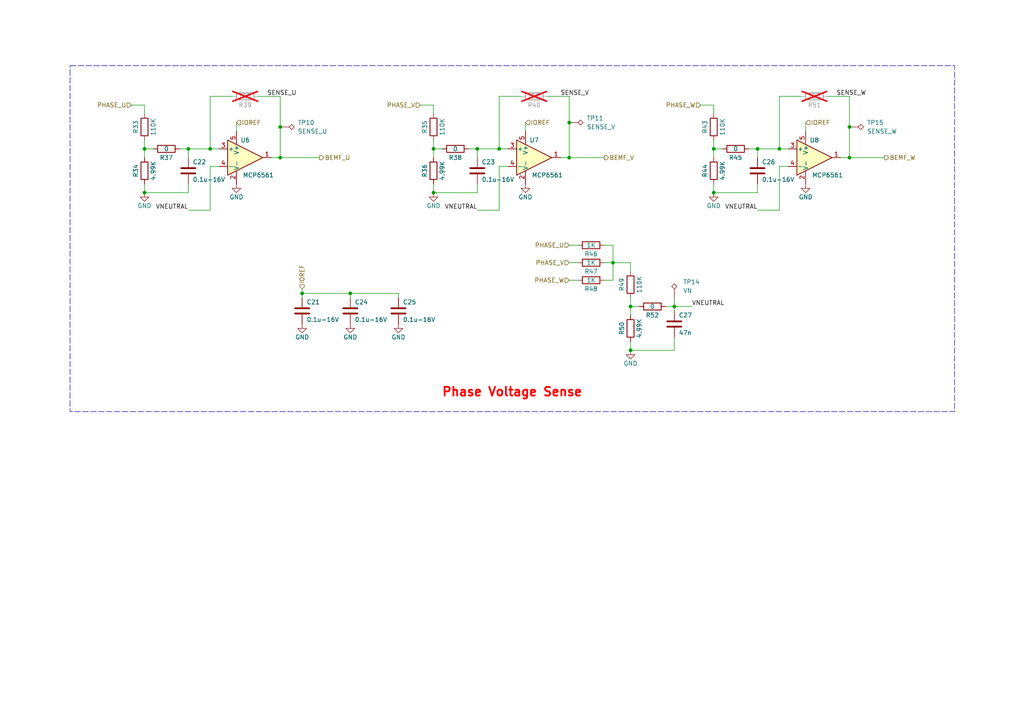
<source format=kicad_sch>
(kicad_sch (version 20250114) (generator "eeschema") (generator_version "9.0")
  (paper "A4")
  (title_block (title "Motor Controller Board NEVB-MTR1-C-1") (date "2025-04-25") (rev "01") (comment 1 "Contact: https://www.nexperia.com/support") (comment 2 "Designed for: Public Release") (comment 3 "Orderable: NEVB-MTR1-KIT1"))
  (lib_symbols
    (symbol "Comparator:MCP6561-OT" (pin_names (offset 0.127))
      (property "Reference" "U" (at -1.27 6.35 0))
      (property "Value" "MCP6561-OT" (at -1.27 3.81 0))
      (symbol "MCP6561-OT_0_1"
        (polyline (pts (xy -5.08 5.08) (xy 5.08 0) (xy -5.08 -5.08) (xy -5.08 5.08)) (stroke (width 0.254)) (fill (type background)))
        (pin power_in line (at -2.54 7.62 270) (length 3.81) (name "V+") (number "5"))
        (pin power_in line (at -2.54 -7.62 90) (length 3.81) (name "V-") (number "2"))
      )
      (symbol "MCP6561-OT_1_1"
        (pin input line (at -7.62 2.54 0) (length 2.54) (name "+") (number "3"))
        (pin input line (at -7.62 -2.54 0) (length 2.54) (name "-") (number "4"))
        (pin output line (at 7.62 0 180) (length 2.54) (name "~") (number "1"))
      )
    )
    (symbol "Connector:TestPoint_Alt" (pin_numbers (hide yes)) (pin_names (offset 0.762) (hide yes))
      (property "Reference" "TP" (at 0 6.858 0))
      (property "Value" "TestPoint_Alt" (at 0 5.08 0))
      (symbol "TestPoint_Alt_0_1"
        (polyline (pts (xy 0 2.54) (xy -0.762 3.302) (xy 0 4.064) (xy 0.762 3.302) (xy 0 2.54)))
      )
      (symbol "TestPoint_Alt_1_1"
        (pin passive line (at 0 0 90) (length 2.54) (name "1") (number "1"))
      )
    )
    (symbol "Device:C" (pin_numbers (hide yes)) (pin_names (offset 0.254))
      (property "Reference" "C" (at 0.635 2.54 0))
      (property "Value" "C" (at 0.635 -2.54 0))
      (symbol "C_0_1"
        (polyline (pts (xy -2.032 0.762) (xy 2.032 0.762)) (stroke (width 0.508)))
        (polyline (pts (xy -2.032 -0.762) (xy 2.032 -0.762)) (stroke (width 0.508)))
      )
      (symbol "C_1_1"
        (pin passive line (at 0 3.81 270) (length 2.794) (name "~") (number "1"))
        (pin passive line (at 0 -3.81 90) (length 2.794) (name "~") (number "2"))
      )
    )
    (symbol "Device:R" (pin_numbers (hide yes)) (pin_names (offset 0))
      (property "Reference" "R" (at 2.032 0 90))
      (property "Value" "R" (at 0 0 90))
      (symbol "R_0_1"
        (rectangle (start -1.016 -2.54) (end 1.016 2.54) (stroke (width 0.254)))
      )
      (symbol "R_1_1"
        (pin passive line (at 0 3.81 270) (length 1.27) (name "~") (number "1"))
        (pin passive line (at 0 -3.81 90) (length 1.27) (name "~") (number "2"))
      )
    )
    (symbol "power:GND" (power) (pin_numbers (hide yes)) (pin_names (offset 0) (hide yes))
      (property "Value" "GND" (at 0 -3.81 0))
      (symbol "GND_0_1"
        (polyline (pts (xy 0 0) (xy 0 -1.27) (xy 1.27 -1.27) (xy 0 -2.54) (xy -1.27 -1.27) (xy 0 -1.27)))
      )
      (symbol "GND_1_1"
        (pin power_in line (at 0 0 270) (length 0) (name "~") (number "1"))
      )
    )
  )
  (rectangle (start 20.32 19.05) (end 276.86 119.38) (stroke (width 0) (type dash)))
  (text "Phase Voltage Sense" (at 128.016 115.316 0) (effects (font (size 2.54 2.54) (thickness 0.508) (bold yes)) (justify left bottom)))
  (junction (at 144.78 43.18))
  (junction (at 182.88 88.9))
  (junction (at 195.58 88.9))
  (junction (at 177.8 76.2))
  (junction (at 207.01 43.18))
  (junction (at 41.91 55.88))
  (junction (at 81.28 36.83))
  (junction (at 81.28 45.72))
  (junction (at 219.71 43.18))
  (junction (at 125.73 55.88))
  (junction (at 246.38 45.72))
  (junction (at 41.91 43.18))
  (junction (at 138.43 43.18))
  (junction (at 54.61 43.18))
  (junction (at 101.6 85.09))
  (junction (at 125.73 43.18))
  (junction (at 182.88 101.6))
  (junction (at 226.06 43.18))
  (junction (at 207.01 55.88))
  (junction (at 246.38 36.83))
  (junction (at 165.1 35.56))
  (junction (at 60.96 43.18))
  (junction (at 165.1 45.72))
  (junction (at 87.63 85.09))
  (wire (pts (xy 68.58 35.56) (xy 68.58 38.1)))
  (wire (pts (xy 125.73 40.64) (xy 125.73 43.18)))
  (wire (pts (xy 87.63 85.09) (xy 87.63 86.36)))
  (wire (pts (xy 60.96 60.96) (xy 60.96 48.26)))
  (wire (pts (xy 60.96 43.18) (xy 63.5 43.18)))
  (wire (pts (xy 219.71 43.18) (xy 226.06 43.18)))
  (wire (pts (xy 125.73 43.18) (xy 128.27 43.18)))
  (wire (pts (xy 41.91 43.18) (xy 44.45 43.18)))
  (wire (pts (xy 54.61 53.34) (xy 54.61 55.88)))
  (wire (pts (xy 138.43 60.96) (xy 144.78 60.96)))
  (wire (pts (xy 135.89 43.18) (xy 138.43 43.18)))
  (wire (pts (xy 87.63 85.09) (xy 101.6 85.09)))
  (wire (pts (xy 125.73 55.88) (xy 138.43 55.88)))
  (wire (pts (xy 226.06 43.18) (xy 228.6 43.18)))
  (wire (pts (xy 121.92 30.48) (xy 125.73 30.48)))
  (wire (pts (xy 144.78 43.18) (xy 147.32 43.18)))
  (wire (pts (xy 219.71 53.34) (xy 219.71 55.88)))
  (wire (pts (xy 195.58 88.9) (xy 200.66 88.9)))
  (wire (pts (xy 232.41 27.94) (xy 226.06 27.94)))
  (wire (pts (xy 125.73 43.18) (xy 125.73 45.72)))
  (wire (pts (xy 195.58 88.9) (xy 195.58 90.17)))
  (wire (pts (xy 162.56 45.72) (xy 165.1 45.72)))
  (wire (pts (xy 217.17 43.18) (xy 219.71 43.18)))
  (wire (pts (xy 207.01 43.18) (xy 209.55 43.18)))
  (wire (pts (xy 151.13 27.94) (xy 144.78 27.94)))
  (wire (pts (xy 41.91 30.48) (xy 41.91 33.02)))
  (wire (pts (xy 243.84 45.72) (xy 246.38 45.72)))
  (wire (pts (xy 165.1 45.72) (xy 175.26 45.72)))
  (wire (pts (xy 41.91 55.88) (xy 54.61 55.88)))
  (wire (pts (xy 246.38 45.72) (xy 256.54 45.72)))
  (wire (pts (xy 81.28 45.72) (xy 92.71 45.72)))
  (wire (pts (xy 138.43 45.72) (xy 138.43 43.18)))
  (wire (pts (xy 74.93 27.94) (xy 81.28 27.94)))
  (wire (pts (xy 165.1 71.12) (xy 167.64 71.12)))
  (wire (pts (xy 165.1 76.2) (xy 167.64 76.2)))
  (wire (pts (xy 41.91 53.34) (xy 41.91 55.88)))
  (wire (pts (xy 226.06 48.26) (xy 228.6 48.26)))
  (wire (pts (xy 41.91 40.64) (xy 41.91 43.18)))
  (wire (pts (xy 54.61 43.18) (xy 60.96 43.18)))
  (wire (pts (xy 165.1 81.28) (xy 167.64 81.28)))
  (wire (pts (xy 81.28 36.83) (xy 81.28 45.72)))
  (wire (pts (xy 182.88 86.36) (xy 182.88 88.9)))
  (wire (pts (xy 144.78 27.94) (xy 144.78 43.18)))
  (wire (pts (xy 138.43 43.18) (xy 144.78 43.18)))
  (wire (pts (xy 226.06 27.94) (xy 226.06 43.18)))
  (wire (pts (xy 144.78 60.96) (xy 144.78 48.26)))
  (wire (pts (xy 41.91 43.18) (xy 41.91 45.72)))
  (wire (pts (xy 144.78 48.26) (xy 147.32 48.26)))
  (wire (pts (xy 177.8 71.12) (xy 177.8 76.2)))
  (wire (pts (xy 175.26 76.2) (xy 177.8 76.2)))
  (wire (pts (xy 38.1 30.48) (xy 41.91 30.48)))
  (wire (pts (xy 182.88 88.9) (xy 182.88 91.44)))
  (wire (pts (xy 193.04 88.9) (xy 195.58 88.9)))
  (wire (pts (xy 87.63 83.82) (xy 87.63 85.09)))
  (wire (pts (xy 54.61 60.96) (xy 60.96 60.96)))
  (wire (pts (xy 195.58 97.79) (xy 195.58 101.6)))
  (wire (pts (xy 207.01 40.64) (xy 207.01 43.18)))
  (wire (pts (xy 207.01 55.88) (xy 219.71 55.88)))
  (wire (pts (xy 207.01 30.48) (xy 207.01 33.02)))
  (wire (pts (xy 226.06 60.96) (xy 226.06 48.26)))
  (wire (pts (xy 182.88 101.6) (xy 195.58 101.6)))
  (wire (pts (xy 152.4 35.56) (xy 152.4 38.1)))
  (wire (pts (xy 165.1 27.94) (xy 165.1 35.56)))
  (wire (pts (xy 177.8 76.2) (xy 177.8 81.28)))
  (wire (pts (xy 52.07 43.18) (xy 54.61 43.18)))
  (wire (pts (xy 158.75 27.94) (xy 165.1 27.94)))
  (wire (pts (xy 175.26 71.12) (xy 177.8 71.12)))
  (wire (pts (xy 246.38 36.83) (xy 246.38 45.72)))
  (wire (pts (xy 60.96 48.26) (xy 63.5 48.26)))
  (wire (pts (xy 101.6 85.09) (xy 101.6 86.36)))
  (wire (pts (xy 182.88 88.9) (xy 185.42 88.9)))
  (wire (pts (xy 182.88 99.06) (xy 182.88 101.6)))
  (wire (pts (xy 219.71 60.96) (xy 226.06 60.96)))
  (wire (pts (xy 203.2 30.48) (xy 207.01 30.48)))
  (wire (pts (xy 125.73 53.34) (xy 125.73 55.88)))
  (wire (pts (xy 78.74 45.72) (xy 81.28 45.72)))
  (wire (pts (xy 125.73 30.48) (xy 125.73 33.02)))
  (wire (pts (xy 246.38 27.94) (xy 246.38 36.83)))
  (wire (pts (xy 177.8 76.2) (xy 182.88 76.2)))
  (wire (pts (xy 101.6 85.09) (xy 115.57 85.09)))
  (wire (pts (xy 175.26 81.28) (xy 177.8 81.28)))
  (wire (pts (xy 115.57 86.36) (xy 115.57 85.09)))
  (wire (pts (xy 138.43 53.34) (xy 138.43 55.88)))
  (wire (pts (xy 233.68 35.56) (xy 233.68 38.1)))
  (wire (pts (xy 195.58 86.36) (xy 195.58 88.9)))
  (wire (pts (xy 67.31 27.94) (xy 60.96 27.94)))
  (wire (pts (xy 240.03 27.94) (xy 246.38 27.94)))
  (wire (pts (xy 182.88 76.2) (xy 182.88 78.74)))
  (wire (pts (xy 60.96 27.94) (xy 60.96 43.18)))
  (wire (pts (xy 207.01 53.34) (xy 207.01 55.88)))
  (wire (pts (xy 165.1 35.56) (xy 165.1 45.72)))
  (wire (pts (xy 207.01 43.18) (xy 207.01 45.72)))
  (wire (pts (xy 54.61 45.72) (xy 54.61 43.18)))
  (wire (pts (xy 81.28 27.94) (xy 81.28 36.83)))
  (wire (pts (xy 219.71 45.72) (xy 219.71 43.18)))
  (label "VNEUTRAL" (at 200.66 88.9 0))
  (label "VNEUTRAL" (at 138.43 60.96 180))
  (label "SENSE_W" (at 242.57 27.94 0))
  (label "SENSE_V" (at 162.56 27.94 0))
  (label "VNEUTRAL" (at 219.71 60.96 180))
  (label "VNEUTRAL" (at 54.61 60.96 180))
  (label "SENSE_U" (at 77.47 27.94 0))
  (hierarchical_label "IOREF" (shape input) (at 68.58 35.56 0))
  (hierarchical_label "BEMF_V" (shape output) (at 175.26 45.72 0))
  (hierarchical_label "PHASE_V" (shape input) (at 165.1 76.2 180))
  (hierarchical_label "BEMF_W" (shape output) (at 256.54 45.72 0))
  (hierarchical_label "PHASE_V" (shape input) (at 121.92 30.48 180))
  (hierarchical_label "IOREF" (shape input) (at 87.63 83.82 90))
  (hierarchical_label "BEMF_U" (shape output) (at 92.71 45.72 0))
  (hierarchical_label "IOREF" (shape input) (at 233.68 35.56 0))
  (hierarchical_label "PHASE_U" (shape input) (at 165.1 71.12 180))
  (hierarchical_label "IOREF" (shape input) (at 152.4 35.56 0))
  (hierarchical_label "PHASE_W" (shape input) (at 203.2 30.48 180))
  (hierarchical_label "PHASE_W" (shape input) (at 165.1 81.28 180))
  (hierarchical_label "PHASE_U" (shape input) (at 38.1 30.48 180))
  (symbol (lib_id "Comparator:MCP6561-OT") (at 154.94 45.72 0) (unit 1)
    (property "Reference" "U7" (at 154.94 40.64 0))
    (property "Value" "MCP6561" (at 158.75 50.8 0))
    (property "Footprint" "Package_TO_SOT_SMD:SOT-23-5" (effects (hide yes)))
    (property "Datasheet" "https://ww1.microchip.com/downloads/en/DeviceDoc/MCP6561-1R-1U-2-4-1.8V-Low-Power-Push-Pull-Output-Comparator-DS20002139E.pdf" (effects (hide yes)))
    (property "Manufacturer" "MICROCHIP TECHNOLOGY " (effects (hide yes)))
    (property "Mfg Part No" "MCP6561T-E/OT" (effects (hide yes)))
    (property "Farnell Part No" "1715874" (effects (hide yes)))
    (property "Mouser Part No" "579-MCP6561T-E/OT" (effects (hide yes)))
  )
  (symbol (lib_id "Device:C") (at 101.6 90.17 0) (unit 1)
    (property "Reference" "C24" (at 102.87 87.63 0) (effects (justify left)))
    (property "Value" "0.1u-16V" (at 102.87 92.71 0) (effects (justify left)))
    (property "Footprint" "Capacitor_SMD:C_0603_1608Metric_Pad1.08x0.95mm_HandSolder" (effects (hide yes)))
    (property "Datasheet" "https://www.we-online.com/components/products/datasheet/885012206046.pdf" (effects (hide yes)))
    (property "Manufacturer" "WURTH ELEKTRONIK" (effects (hide yes)))
    (property "Mfg Part No" "885012206046" (effects (hide yes)))
    (property "Farnell Part No" "2495170" (effects (hide yes)))
    (property "Mouser Part No" "710-885012206046" (effects (hide yes)))
  )
  (symbol (lib_id "power:GND") (at 207.01 55.88 0) (unit 1)
    (property "Reference" "#PWR057" (effects (hide yes)))
    (property "Value" "GND" (at 207.01 59.69 0))
    (property "Description" "Power symbol creates a global label with name \"GND\" , ground" (effects (hide yes)))
  )
  (symbol (lib_id "Comparator:MCP6561-OT") (at 236.22 45.72 0) (unit 1)
    (property "Reference" "U8" (at 236.22 40.64 0))
    (property "Value" "MCP6561" (at 240.03 50.8 0))
    (property "Footprint" "Package_TO_SOT_SMD:SOT-23-5" (effects (hide yes)))
    (property "Datasheet" "https://ww1.microchip.com/downloads/en/DeviceDoc/MCP6561-1R-1U-2-4-1.8V-Low-Power-Push-Pull-Output-Comparator-DS20002139E.pdf" (effects (hide yes)))
    (property "Manufacturer" "MICROCHIP TECHNOLOGY " (effects (hide yes)))
    (property "Mfg Part No" "MCP6561T-E/OT" (effects (hide yes)))
    (property "Farnell Part No" "1715874" (effects (hide yes)))
    (property "Mouser Part No" "579-MCP6561T-E/OT" (effects (hide yes)))
  )
  (symbol (lib_id "power:GND") (at 68.58 53.34 0) (unit 1)
    (property "Reference" "#PWR054" (effects (hide yes)))
    (property "Value" "GND" (at 68.58 57.15 0))
    (property "Description" "Power symbol creates a global label with name \"GND\" , ground" (effects (hide yes)))
  )
  (symbol (lib_id "power:GND") (at 125.73 55.88 0) (unit 1)
    (property "Reference" "#PWR051" (effects (hide yes)))
    (property "Value" "GND" (at 125.73 59.69 0))
    (property "Description" "Power symbol creates a global label with name \"GND\" , ground" (effects (hide yes)))
  )
  (symbol (lib_id "Device:R") (at 154.94 27.94 270) (unit 1) (dnp yes)
    (property "Reference" "R40" (at 154.94 30.48 90))
    (property "Value" "TBD" (at 154.94 27.94 90))
    (property "Footprint" "Resistor_SMD:R_0603_1608Metric_Pad0.98x0.95mm_HandSolder" (effects (hide yes)))
  )
  (symbol (lib_id "Device:R") (at 182.88 82.55 180) (unit 1)
    (property "Reference" "R49" (at 180.34 82.55 90))
    (property "Value" "110K" (at 185.42 82.55 90))
    (property "Footprint" "Resistor_SMD:R_0603_1608Metric_Pad0.98x0.95mm_HandSolder" (effects (hide yes)))
    (property "Datasheet" "https://www.yageo.com/upload/media/product/productsearch/datasheet/rchip/PYu-AC_51_RoHS_L_10.pdf" (effects (hide yes)))
    (property "Manufacturer" "YAGEO" (effects (hide yes)))
    (property "Mfg Part No" "AC0603FR-07110KL" (effects (hide yes)))
    (property "Farnell Part No" "3952185" (effects (hide yes)))
    (property "Mouser Part No" "603-AC0603FR-07110KL" (effects (hide yes)))
  )
  (symbol (lib_id "Device:R") (at 125.73 36.83 180) (unit 1)
    (property "Reference" "R35" (at 123.19 36.83 90))
    (property "Value" "110K" (at 128.27 36.83 90))
    (property "Footprint" "Resistor_SMD:R_0603_1608Metric_Pad0.98x0.95mm_HandSolder" (effects (hide yes)))
    (property "Datasheet" "https://www.yageo.com/upload/media/product/productsearch/datasheet/rchip/PYu-AC_51_RoHS_L_10.pdf" (effects (hide yes)))
    (property "Manufacturer" "YAGEO" (effects (hide yes)))
    (property "Mfg Part No" "AC0603FR-07110KL" (effects (hide yes)))
    (property "Farnell Part No" "3952185" (effects (hide yes)))
    (property "Mouser Part No" "603-AC0603FR-07110KL" (effects (hide yes)))
  )
  (symbol (lib_id "Device:C") (at 54.61 49.53 0) (unit 1)
    (property "Reference" "C22" (at 55.88 46.99 0) (effects (justify left)))
    (property "Value" "0.1u-16V" (at 55.88 52.07 0) (effects (justify left)))
    (property "Footprint" "Capacitor_SMD:C_0603_1608Metric_Pad1.08x0.95mm_HandSolder" (effects (hide yes)))
    (property "Datasheet" "https://www.we-online.com/components/products/datasheet/885012206046.pdf" (effects (hide yes)))
    (property "Manufacturer" "WURTH ELEKTRONIK" (effects (hide yes)))
    (property "Mfg Part No" "885012206046" (effects (hide yes)))
    (property "Farnell Part No" "2495170" (effects (hide yes)))
    (property "Mouser Part No" "710-885012206046" (effects (hide yes)))
  )
  (symbol (lib_id "Device:C") (at 195.58 93.98 0) (unit 1)
    (property "Reference" "C27" (at 196.85 91.44 0) (effects (justify left)))
    (property "Value" "47n" (at 196.85 96.52 0) (effects (justify left)))
    (property "Footprint" "Capacitor_SMD:C_0603_1608Metric_Pad1.08x0.95mm_HandSolder" (effects (hide yes)))
    (property "Datasheet" "https://www.we-online.com/components/products/datasheet/885012206044.pdf" (effects (hide yes)))
    (property "Manufacturer" "WURTH ELEKTRONIK" (effects (hide yes)))
    (property "Mfg Part No" "885012206044" (effects (hide yes)))
    (property "Farnell Part No" "2534022" (effects (hide yes)))
    (property "Mouser Part No" "710-885012206044" (effects (hide yes)))
  )
  (symbol (lib_id "Device:R") (at 48.26 43.18 270) (unit 1)
    (property "Reference" "R37" (at 48.26 45.72 90))
    (property "Value" "0" (at 48.26 43.18 90))
    (property "Footprint" "Resistor_SMD:R_0603_1608Metric_Pad0.98x0.95mm_HandSolder" (effects (hide yes)))
    (property "Datasheet" "https://www.yageo.com/upload/media/product/products/datasheet/rchip/PYu-RC_Group_51_RoHS_L_12.pdf" (effects (hide yes)))
    (property "Manufacturer" "YAGEO" (effects (hide yes)))
    (property "Mfg Part No" "RC0603FR-070RL" (effects (hide yes)))
    (property "Farnell Part No" "2309106" (effects (hide yes)))
    (property "Mouser Part No" "603-RC0603FR-070RL" (effects (hide yes)))
  )
  (symbol (lib_id "Device:R") (at 171.45 81.28 270) (unit 1)
    (property "Reference" "R48" (at 171.45 83.82 90))
    (property "Value" "1K" (at 171.45 81.28 90))
    (property "Footprint" "Resistor_SMD:R_0805_2012Metric_Pad1.20x1.40mm_HandSolder" (effects (hide yes)))
    (property "Datasheet" "https://www.yageo.com/upload/media/product/products/datasheet/rchip/PYu-RC_Group_51_RoHS_L_12.pdf" (effects (hide yes)))
    (property "Manufacturer" "YAGEO" (effects (hide yes)))
    (property "Mfg Part No" "RC0805FR-101KL" (effects (hide yes)))
    (property "Farnell Part No" "9237496" (effects (hide yes)))
    (property "Mouser Part No" "603-RC0805FR-101KL" (effects (hide yes)))
  )
  (symbol (lib_id "Device:R") (at 171.45 71.12 270) (unit 1)
    (property "Reference" "R46" (at 171.45 73.66 90))
    (property "Value" "1K" (at 171.45 71.12 90))
    (property "Footprint" "Resistor_SMD:R_0805_2012Metric_Pad1.20x1.40mm_HandSolder" (effects (hide yes)))
    (property "Datasheet" "https://www.yageo.com/upload/media/product/products/datasheet/rchip/PYu-RC_Group_51_RoHS_L_12.pdf" (effects (hide yes)))
    (property "Manufacturer" "YAGEO" (effects (hide yes)))
    (property "Mfg Part No" "RC0805FR-101KL" (effects (hide yes)))
    (property "Farnell Part No" "9237496" (effects (hide yes)))
    (property "Mouser Part No" "603-RC0805FR-101KL" (effects (hide yes)))
  )
  (symbol (lib_id "Device:R") (at 171.45 76.2 270) (unit 1)
    (property "Reference" "R47" (at 171.45 78.74 90))
    (property "Value" "1K" (at 171.45 76.2 90))
    (property "Footprint" "Resistor_SMD:R_0805_2012Metric_Pad1.20x1.40mm_HandSolder" (effects (hide yes)))
    (property "Datasheet" "https://www.yageo.com/upload/media/product/products/datasheet/rchip/PYu-RC_Group_51_RoHS_L_12.pdf" (effects (hide yes)))
    (property "Manufacturer" "YAGEO" (effects (hide yes)))
    (property "Mfg Part No" "RC0805FR-101KL" (effects (hide yes)))
    (property "Farnell Part No" "9237496" (effects (hide yes)))
    (property "Mouser Part No" "603-RC0805FR-101KL" (effects (hide yes)))
  )
  (symbol (lib_id "Device:C") (at 87.63 90.17 0) (unit 1)
    (property "Reference" "C21" (at 88.9 87.63 0) (effects (justify left)))
    (property "Value" "0.1u-16V" (at 88.9 92.71 0) (effects (justify left)))
    (property "Footprint" "Capacitor_SMD:C_0603_1608Metric_Pad1.08x0.95mm_HandSolder" (effects (hide yes)))
    (property "Datasheet" "https://www.we-online.com/components/products/datasheet/885012206046.pdf" (effects (hide yes)))
    (property "Manufacturer" "WURTH ELEKTRONIK" (effects (hide yes)))
    (property "Mfg Part No" "885012206046" (effects (hide yes)))
    (property "Farnell Part No" "2495170" (effects (hide yes)))
    (property "Mouser Part No" "710-885012206046" (effects (hide yes)))
  )
  (symbol (lib_id "power:GND") (at 101.6 93.98 0) (unit 1)
    (property "Reference" "#PWR053" (effects (hide yes)))
    (property "Value" "GND" (at 101.6 97.79 0))
    (property "Description" "Power symbol creates a global label with name \"GND\" , ground" (effects (hide yes)))
  )
  (symbol (lib_id "Device:R") (at 213.36 43.18 270) (unit 1)
    (property "Reference" "R45" (at 213.36 45.72 90))
    (property "Value" "0" (at 213.36 43.18 90))
    (property "Footprint" "Resistor_SMD:R_0603_1608Metric_Pad0.98x0.95mm_HandSolder" (effects (hide yes)))
    (property "Datasheet" "https://www.yageo.com/upload/media/product/products/datasheet/rchip/PYu-RC_Group_51_RoHS_L_12.pdf" (effects (hide yes)))
    (property "Manufacturer" "YAGEO" (effects (hide yes)))
    (property "Mfg Part No" "RC0603FR-070RL" (effects (hide yes)))
    (property "Farnell Part No" "2309106" (effects (hide yes)))
    (property "Mouser Part No" "603-RC0603FR-070RL" (effects (hide yes)))
  )
  (symbol (lib_id "Connector:TestPoint_Alt") (at 165.1 35.56 270) (unit 1) (in_bom no)
    (property "Reference" "TP11" (at 170.18 34.2899 90) (effects (justify left)))
    (property "Value" "SENSE_V" (at 170.18 36.8299 90) (effects (justify left)))
    (property "Footprint" "TestPoint:TestPoint_Pad_D1.0mm" (effects (hide yes)))
  )
  (symbol (lib_id "Comparator:MCP6561-OT") (at 71.12 45.72 0) (unit 1)
    (property "Reference" "U6" (at 71.12 40.64 0))
    (property "Value" "MCP6561" (at 74.93 50.8 0))
    (property "Footprint" "Package_TO_SOT_SMD:SOT-23-5" (effects (hide yes)))
    (property "Datasheet" "https://ww1.microchip.com/downloads/en/DeviceDoc/MCP6561-1R-1U-2-4-1.8V-Low-Power-Push-Pull-Output-Comparator-DS20002139E.pdf" (effects (hide yes)))
    (property "Manufacturer" "MICROCHIP TECHNOLOGY " (effects (hide yes)))
    (property "Mfg Part No" "MCP6561T-E/OT" (effects (hide yes)))
    (property "Farnell Part No" "1715874" (effects (hide yes)))
    (property "Mouser Part No" "579-MCP6561T-E/OT" (effects (hide yes)))
  )
  (symbol (lib_id "Device:C") (at 138.43 49.53 0) (unit 1)
    (property "Reference" "C23" (at 139.7 46.99 0) (effects (justify left)))
    (property "Value" "0.1u-16V" (at 139.7 52.07 0) (effects (justify left)))
    (property "Footprint" "Capacitor_SMD:C_0603_1608Metric_Pad1.08x0.95mm_HandSolder" (effects (hide yes)))
    (property "Datasheet" "https://www.we-online.com/components/products/datasheet/885012206046.pdf" (effects (hide yes)))
    (property "Manufacturer" "WURTH ELEKTRONIK" (effects (hide yes)))
    (property "Mfg Part No" "885012206046" (effects (hide yes)))
    (property "Farnell Part No" "2495170" (effects (hide yes)))
    (property "Mouser Part No" "710-885012206046" (effects (hide yes)))
  )
  (symbol (lib_id "power:GND") (at 182.88 101.6 0) (unit 1)
    (property "Reference" "#PWR058" (effects (hide yes)))
    (property "Value" "GND" (at 182.88 105.41 0))
    (property "Description" "Power symbol creates a global label with name \"GND\" , ground" (effects (hide yes)))
  )
  (symbol (lib_id "power:GND") (at 115.57 93.98 0) (unit 1)
    (property "Reference" "#PWR056" (effects (hide yes)))
    (property "Value" "GND" (at 115.57 97.79 0))
    (property "Description" "Power symbol creates a global label with name \"GND\" , ground" (effects (hide yes)))
  )
  (symbol (lib_id "power:GND") (at 233.68 53.34 0) (unit 1)
    (property "Reference" "#PWR059" (effects (hide yes)))
    (property "Value" "GND" (at 233.68 57.15 0))
    (property "Description" "Power symbol creates a global label with name \"GND\" , ground" (effects (hide yes)))
  )
  (symbol (lib_id "Device:R") (at 125.73 49.53 180) (unit 1)
    (property "Reference" "R36" (at 123.19 49.53 90))
    (property "Value" "4.99K" (at 128.27 49.53 90))
    (property "Footprint" "Resistor_SMD:R_0603_1608Metric_Pad0.98x0.95mm_HandSolder" (effects (hide yes)))
    (property "Datasheet" "https://industrial.panasonic.com/cdbs/www-data/pdf/RDA0000/AOA0000C304.pdf" (effects (hide yes)))
    (property "Manufacturer" "PANASONIC" (effects (hide yes)))
    (property "Mfg Part No" "ERJ-3EKF4991V" (effects (hide yes)))
    (property "Farnell Part No" "2692541" (effects (hide yes)))
    (property "Mouser Part No" "667-ERJ-3EKF4991V" (effects (hide yes)))
  )
  (symbol (lib_id "Device:R") (at 182.88 95.25 180) (unit 1)
    (property "Reference" "R50" (at 180.34 95.25 90))
    (property "Value" "4.99K" (at 185.42 95.25 90))
    (property "Footprint" "Resistor_SMD:R_0603_1608Metric_Pad0.98x0.95mm_HandSolder" (effects (hide yes)))
    (property "Datasheet" "https://industrial.panasonic.com/cdbs/www-data/pdf/RDA0000/AOA0000C304.pdf" (effects (hide yes)))
    (property "Manufacturer" "PANASONIC" (effects (hide yes)))
    (property "Mfg Part No" "ERJ-3EKF4991V" (effects (hide yes)))
    (property "Farnell Part No" "2692541" (effects (hide yes)))
    (property "Mouser Part No" "667-ERJ-3EKF4991V" (effects (hide yes)))
  )
  (symbol (lib_id "Device:R") (at 71.12 27.94 270) (unit 1) (dnp yes)
    (property "Reference" "R39" (at 71.12 30.48 90))
    (property "Value" "TBD" (at 71.12 27.94 90))
    (property "Footprint" "Resistor_SMD:R_0603_1608Metric_Pad0.98x0.95mm_HandSolder" (effects (hide yes)))
  )
  (symbol (lib_id "power:GND") (at 87.63 93.98 0) (unit 1)
    (property "Reference" "#PWR052" (effects (hide yes)))
    (property "Value" "GND" (at 87.63 97.79 0))
    (property "Description" "Power symbol creates a global label with name \"GND\" , ground" (effects (hide yes)))
  )
  (symbol (lib_id "Connector:TestPoint_Alt") (at 246.38 36.83 270) (unit 1) (in_bom no)
    (property "Reference" "TP15" (at 251.46 35.5599 90) (effects (justify left)))
    (property "Value" "SENSE_W" (at 251.46 38.0999 90) (effects (justify left)))
    (property "Footprint" "TestPoint:TestPoint_Pad_D1.0mm" (effects (hide yes)))
  )
  (symbol (lib_id "Device:C") (at 219.71 49.53 0) (unit 1)
    (property "Reference" "C26" (at 220.98 46.99 0) (effects (justify left)))
    (property "Value" "0.1u-16V" (at 220.98 52.07 0) (effects (justify left)))
    (property "Footprint" "Capacitor_SMD:C_0603_1608Metric_Pad1.08x0.95mm_HandSolder" (effects (hide yes)))
    (property "Datasheet" "https://www.we-online.com/components/products/datasheet/885012206046.pdf" (effects (hide yes)))
    (property "Manufacturer" "WURTH ELEKTRONIK" (effects (hide yes)))
    (property "Mfg Part No" "885012206046" (effects (hide yes)))
    (property "Farnell Part No" "2495170" (effects (hide yes)))
    (property "Mouser Part No" "710-885012206046" (effects (hide yes)))
  )
  (symbol (lib_id "Device:R") (at 41.91 36.83 180) (unit 1)
    (property "Reference" "R33" (at 39.37 36.83 90))
    (property "Value" "110K" (at 44.45 36.83 90))
    (property "Footprint" "Resistor_SMD:R_0603_1608Metric_Pad0.98x0.95mm_HandSolder" (effects (hide yes)))
    (property "Datasheet" "https://www.yageo.com/upload/media/product/productsearch/datasheet/rchip/PYu-AC_51_RoHS_L_10.pdf" (effects (hide yes)))
    (property "Manufacturer" "YAGEO" (effects (hide yes)))
    (property "Mfg Part No" "AC0603FR-07110KL" (effects (hide yes)))
    (property "Farnell Part No" "3952185" (effects (hide yes)))
    (property "Mouser Part No" "603-AC0603FR-07110KL" (effects (hide yes)))
  )
  (symbol (lib_id "Device:R") (at 236.22 27.94 270) (unit 1) (dnp yes)
    (property "Reference" "R51" (at 236.22 30.48 90))
    (property "Value" "TBD" (at 236.22 27.94 90))
    (property "Footprint" "Resistor_SMD:R_0603_1608Metric_Pad0.98x0.95mm_HandSolder" (effects (hide yes)))
  )
  (symbol (lib_id "Device:R") (at 189.23 88.9 270) (unit 1)
    (property "Reference" "R52" (at 189.23 91.44 90))
    (property "Value" "0" (at 189.23 88.9 90))
    (property "Footprint" "Resistor_SMD:R_0603_1608Metric_Pad0.98x0.95mm_HandSolder" (effects (hide yes)))
    (property "Datasheet" "https://www.yageo.com/upload/media/product/products/datasheet/rchip/PYu-RC_Group_51_RoHS_L_12.pdf" (effects (hide yes)))
    (property "Manufacturer" "YAGEO" (effects (hide yes)))
    (property "Mfg Part No" "RC0603FR-070RL" (effects (hide yes)))
    (property "Farnell Part No" "2309106" (effects (hide yes)))
    (property "Mouser Part No" "603-RC0603FR-070RL" (effects (hide yes)))
  )
  (symbol (lib_id "Device:R") (at 207.01 49.53 180) (unit 1)
    (property "Reference" "R44" (at 204.47 49.53 90))
    (property "Value" "4.99K" (at 209.55 49.53 90))
    (property "Footprint" "Resistor_SMD:R_0603_1608Metric_Pad0.98x0.95mm_HandSolder" (effects (hide yes)))
    (property "Datasheet" "https://industrial.panasonic.com/cdbs/www-data/pdf/RDA0000/AOA0000C304.pdf" (effects (hide yes)))
    (property "Manufacturer" "PANASONIC" (effects (hide yes)))
    (property "Mfg Part No" "ERJ-3EKF4991V" (effects (hide yes)))
    (property "Farnell Part No" "2692541" (effects (hide yes)))
    (property "Mouser Part No" "667-ERJ-3EKF4991V" (effects (hide yes)))
  )
  (symbol (lib_id "Connector:TestPoint_Alt") (at 81.28 36.83 270) (unit 1) (in_bom no)
    (property "Reference" "TP10" (at 86.36 35.5599 90) (effects (justify left)))
    (property "Value" "SENSE_U" (at 86.36 38.0999 90) (effects (justify left)))
    (property "Footprint" "TestPoint:TestPoint_Pad_D1.0mm" (effects (hide yes)))
  )
  (symbol (lib_id "Device:R") (at 207.01 36.83 180) (unit 1)
    (property "Reference" "R43" (at 204.47 36.83 90))
    (property "Value" "110K" (at 209.55 36.83 90))
    (property "Footprint" "Resistor_SMD:R_0603_1608Metric_Pad0.98x0.95mm_HandSolder" (effects (hide yes)))
    (property "Datasheet" "https://www.yageo.com/upload/media/product/productsearch/datasheet/rchip/PYu-AC_51_RoHS_L_10.pdf" (effects (hide yes)))
    (property "Manufacturer" "YAGEO" (effects (hide yes)))
    (property "Mfg Part No" "AC0603FR-07110KL" (effects (hide yes)))
    (property "Farnell Part No" "3952185" (effects (hide yes)))
    (property "Mouser Part No" "603-AC0603FR-07110KL" (effects (hide yes)))
  )
  (symbol (lib_id "Device:R") (at 41.91 49.53 180) (unit 1)
    (property "Reference" "R34" (at 39.37 49.53 90))
    (property "Value" "4.99K" (at 44.45 49.53 90))
    (property "Footprint" "Resistor_SMD:R_0603_1608Metric_Pad0.98x0.95mm_HandSolder" (effects (hide yes)))
    (property "Datasheet" "https://industrial.panasonic.com/cdbs/www-data/pdf/RDA0000/AOA0000C304.pdf" (effects (hide yes)))
    (property "Manufacturer" "PANASONIC" (effects (hide yes)))
    (property "Mfg Part No" "ERJ-3EKF4991V" (effects (hide yes)))
    (property "Farnell Part No" "2692541" (effects (hide yes)))
    (property "Mouser Part No" "667-ERJ-3EKF4991V" (effects (hide yes)))
  )
  (symbol (lib_id "Device:C") (at 115.57 90.17 0) (unit 1)
    (property "Reference" "C25" (at 116.84 87.63 0) (effects (justify left)))
    (property "Value" "0.1u-16V" (at 116.84 92.71 0) (effects (justify left)))
    (property "Footprint" "Capacitor_SMD:C_0603_1608Metric_Pad1.08x0.95mm_HandSolder" (effects (hide yes)))
    (property "Datasheet" "https://www.we-online.com/components/products/datasheet/885012206046.pdf" (effects (hide yes)))
    (property "Manufacturer" "WURTH ELEKTRONIK" (effects (hide yes)))
    (property "Mfg Part No" "885012206046" (effects (hide yes)))
    (property "Farnell Part No" "2495170" (effects (hide yes)))
    (property "Mouser Part No" "710-885012206046" (effects (hide yes)))
  )
  (symbol (lib_id "power:GND") (at 41.91 55.88 0) (unit 1)
    (property "Reference" "#PWR050" (effects (hide yes)))
    (property "Value" "GND" (at 41.91 59.69 0))
    (property "Description" "Power symbol creates a global label with name \"GND\" , ground" (effects (hide yes)))
  )
  (symbol (lib_id "Device:R") (at 132.08 43.18 270) (unit 1)
    (property "Reference" "R38" (at 132.08 45.72 90))
    (property "Value" "0" (at 132.08 43.18 90))
    (property "Footprint" "Resistor_SMD:R_0603_1608Metric_Pad0.98x0.95mm_HandSolder" (effects (hide yes)))
    (property "Datasheet" "https://www.yageo.com/upload/media/product/products/datasheet/rchip/PYu-RC_Group_51_RoHS_L_12.pdf" (effects (hide yes)))
    (property "Manufacturer" "YAGEO" (effects (hide yes)))
    (property "Mfg Part No" "RC0603FR-070RL" (effects (hide yes)))
    (property "Farnell Part No" "2309106" (effects (hide yes)))
    (property "Mouser Part No" "603-RC0603FR-070RL" (effects (hide yes)))
  )
  (symbol (lib_id "power:GND") (at 152.4 53.34 0) (unit 1)
    (property "Reference" "#PWR055" (effects (hide yes)))
    (property "Value" "GND" (at 152.4 57.15 0))
    (property "Description" "Power symbol creates a global label with name \"GND\" , ground" (effects (hide yes)))
  )
  (symbol (lib_id "Connector:TestPoint_Alt") (at 195.58 86.36 0) (unit 1) (in_bom no)
    (property "Reference" "TP14" (at 198.12 81.7879 0) (effects (justify left)))
    (property "Value" "VN" (at 198.12 84.3279 0) (effects (justify left)))
    (property "Footprint" "TestPoint:TestPoint_Pad_D1.0mm" (effects (hide yes)))
  )
)
</source>
